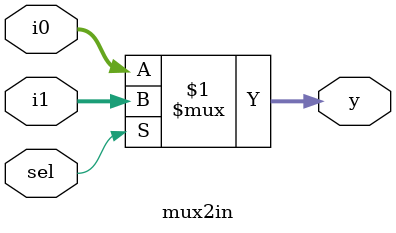
<source format=v>
module mux2in (i0, i1, sel , y);
  input [4:0] i0, i1;
  input sel;
  output [4:0] y;
  
  assign y = sel ? i1 : i0;
  
endmodule


</source>
